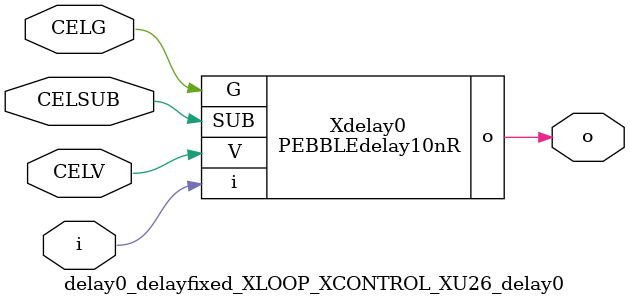
<source format=v>



module PEBBLEdelay10nR ( o, V, G, i, SUB );

  input V;
  input i;
  input G;
  output o;
  input SUB;
endmodule

//Celera Confidential Do Not Copy delay0_delayfixed_XLOOP_XCONTROL_XU26_delay0
//TYPE: fixed 10ns
module delay0_delayfixed_XLOOP_XCONTROL_XU26_delay0 (i, CELV, o,
CELG,CELSUB);
input CELV;
input i;
output o;
input CELSUB;
input CELG;

//Celera Confidential Do Not Copy delayfast0
PEBBLEdelay10nR Xdelay0(
.V (CELV),
.i (i),
.o (o),
.G (CELG),
.SUB (CELSUB)
);
//,diesize,PEBBLEdelay10nR

//Celera Confidential Do Not Copy Module End
//Celera Schematic Generator
endmodule

</source>
